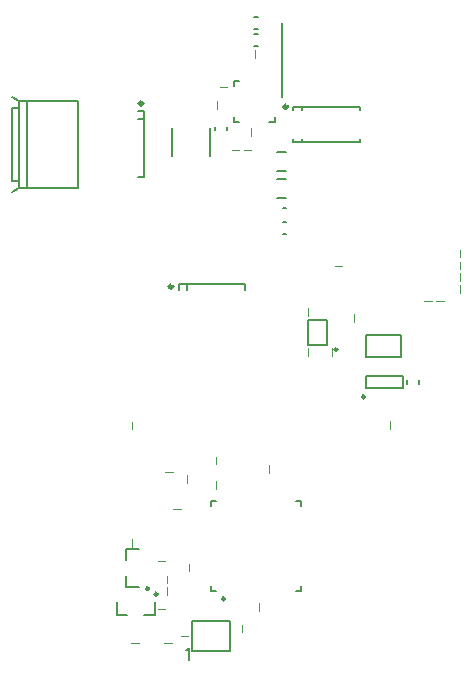
<source format=gbr>
%TF.GenerationSoftware,Altium Limited,Altium Designer,20.1.12 (249)*%
G04 Layer_Color=32768*
%FSLAX45Y45*%
%MOMM*%
%TF.SameCoordinates,4EE8302A-A9A8-49E0-93C5-14594FCB678D*%
%TF.FilePolarity,Positive*%
%TF.FileFunction,Other,M07_-_Component_Outlines*%
%TF.Part,Single*%
G01*
G75*
%TA.AperFunction,NonConductor*%
%ADD56C,0.20000*%
%ADD74C,0.15000*%
%ADD139C,0.30000*%
%ADD140C,0.25000*%
%ADD141C,0.12700*%
%ADD142C,0.16000*%
%ADD143C,0.10160*%
%ADD144C,0.15240*%
D56*
X2167500Y3712500D02*
X2187500D01*
X2167500Y3832500D02*
X2187500D01*
X2152500Y4767500D02*
Y5397500D01*
X1747500Y4905000D02*
X1790000D01*
X1747500Y4862500D02*
Y4905000D01*
Y4560000D02*
X1790000D01*
X1747500D02*
Y4602500D01*
X2050000Y4560000D02*
X2092500D01*
Y4602500D01*
X2867500Y2410001D02*
X3177500D01*
X2867500Y2310000D02*
X3177500D01*
Y2410001D01*
X2867500Y2310000D02*
Y2410001D01*
X2167500Y3610000D02*
X2187500D01*
X1342500Y88435D02*
X1352022Y93196D01*
X1366305Y107479D01*
Y7500D01*
D74*
X2112500Y4074999D02*
X2192500D01*
X2112500Y3915000D02*
X2192500D01*
X1690000Y4489999D02*
Y4519999D01*
X1590000Y4489999D02*
Y4519999D01*
X1545000Y4275000D02*
Y4505000D01*
X1225000Y4275000D02*
Y4505000D01*
X3317500Y2342500D02*
Y2372500D01*
X3217500Y2342500D02*
Y2372500D01*
X2252500Y4390000D02*
Y4420000D01*
X2812500Y4390000D02*
Y4420000D01*
X2252500Y4390000D02*
X2812500D01*
X2252500Y4660000D02*
Y4690000D01*
X2812500Y4660000D02*
Y4690000D01*
X2252500D02*
X2812500D01*
X2322500Y4390000D02*
Y4420000D01*
Y4660000D02*
Y4690000D01*
X1280000Y3137500D02*
Y3187500D01*
X1840000Y3137500D02*
Y3187500D01*
X1280000D02*
X1840000D01*
X1350000Y3137500D02*
Y3187500D01*
X2867500Y2572501D02*
Y2752501D01*
X3167500D01*
Y2572501D02*
Y2752501D01*
X2867500Y2572501D02*
X3167500D01*
X1552500Y590000D02*
Y632500D01*
Y590000D02*
X1595000D01*
X2317500D02*
Y632500D01*
X2275000Y590000D02*
X2317500D01*
X2275000Y1355000D02*
X2317500D01*
Y1312500D02*
Y1355000D01*
X1552500Y1312500D02*
Y1355000D01*
X1595000D01*
X935000Y4582500D02*
X985000D01*
Y4092500D02*
Y4652500D01*
X935000Y4092500D02*
X985000D01*
X935000Y4652500D02*
X985000D01*
X1920000Y5307499D02*
X1950000D01*
X1920000Y5207500D02*
X1950000D01*
X2112500Y4144999D02*
X2192500D01*
X2112500Y4304999D02*
X2192500D01*
X1920000Y5447499D02*
X1950000D01*
X1920000Y5347500D02*
X1950000D01*
D139*
X2202500Y4690000D02*
G03*
X2202500Y4690000I-15000J0D01*
G01*
X1230000Y3165280D02*
G03*
X1230000Y3165280I-15000J0D01*
G01*
X977780Y4717500D02*
G03*
X977780Y4717500I-15000J0D01*
G01*
D140*
X1102500Y562500D02*
G03*
X1102500Y562500I-12500J0D01*
G01*
X2625000Y2635000D02*
G03*
X2625000Y2635000I-12500J0D01*
G01*
X1672500Y522500D02*
G03*
X1672500Y522500I-12500J0D01*
G01*
X2857500Y2232500D02*
G03*
X2857500Y2232500I-12500J0D01*
G01*
X1030000Y610000D02*
G03*
X1030000Y610000I-12500J0D01*
G01*
D141*
X-130000Y4057511D02*
X-70257D01*
X-130000D02*
Y4677511D01*
X-70257D01*
X-1257Y3997511D02*
Y4737511D01*
X429745Y3997506D02*
Y4737514D01*
X-130258Y3967508D02*
X-70257Y3997506D01*
X429745D01*
X-130257Y4767511D02*
X-70257Y4737514D01*
Y3997506D02*
Y4737514D01*
X429745D01*
D142*
X1077500Y382500D02*
Y492500D01*
X987500Y382500D02*
X1077500D01*
X757500D02*
Y492500D01*
Y382500D02*
X847500D01*
X2380000Y2885000D02*
X2540000D01*
X2380000Y2675000D02*
X2540000D01*
X2380000D02*
Y2885000D01*
X2540000Y2675000D02*
Y2885000D01*
X837500Y852500D02*
Y942500D01*
X947500D01*
X837500Y622500D02*
Y712500D01*
Y622500D02*
X947500D01*
D143*
X1830000Y4319999D02*
X1895000D01*
X3067500Y1960000D02*
Y2025001D01*
X1352500Y1507500D02*
Y1572500D01*
X1157500Y145000D02*
X1222500D01*
X1102500Y432500D02*
X1167500D01*
X1165000Y1595000D02*
X1230000D01*
X2767500Y2867500D02*
Y2932500D01*
X3660000Y3212500D02*
Y3277500D01*
X2602500Y3342500D02*
X2667500D01*
X1627500Y4860000D02*
X1692500D01*
X1925000Y5102500D02*
Y5167500D01*
X1297500Y210000D02*
X1362500D01*
X2047500Y1587500D02*
Y1652500D01*
X1102500Y842500D02*
X1167500D01*
X1960000Y420000D02*
Y485000D01*
X1605000Y4672500D02*
Y4737500D01*
X2372500Y2577500D02*
Y2642500D01*
X3660000Y3312500D02*
Y3377500D01*
X877500Y145000D02*
X942500D01*
X1597500Y1452500D02*
Y1517500D01*
X882500Y962500D02*
Y1027500D01*
X1185000Y655000D02*
Y720000D01*
X1597500Y1662500D02*
Y1727500D01*
X2372500Y2920000D02*
Y2985000D01*
X3460000Y3045000D02*
X3525000D01*
X3360000Y3045000D02*
X3425001D01*
X1730000Y4320000D02*
X1795000D01*
X1235000Y1287500D02*
X1300000D01*
X1365000Y755000D02*
Y820000D01*
X1895000Y4442500D02*
Y4507500D01*
X2582500Y2577500D02*
Y2642500D01*
X3660000Y3112500D02*
Y3177500D01*
Y3415000D02*
Y3480000D01*
X1185000Y555000D02*
Y620000D01*
X1817500Y240000D02*
Y305000D01*
X882500Y1957500D02*
Y2022500D01*
D144*
X1392500Y77500D02*
X1712500D01*
X1392500D02*
Y337500D01*
X1392501Y337500D02*
X1712500D01*
X1392500Y337500D02*
X1392501Y337500D01*
X1712500D02*
X1712501Y337500D01*
Y77500D02*
Y337500D01*
%TF.MD5,cae87d2e58a53b0064bcd3596172f57e*%
M02*

</source>
